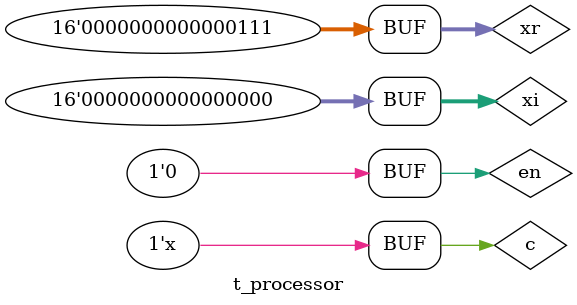
<source format=v>
`timescale 1ns / 1ps

module t_processor;

	// Inputs
	reg signed [0:15] xr;
	reg signed [0:15] xi;
	reg c;
	reg en;

	// Outputs
	wire [0:15] X1r;
	wire [0:15] X1i;
	wire [0:15] X2r;
	wire [0:15] X2i;

	// Instantiate the Unit Under Test (UUT)
	processor uut (
		.xr(xr),
		.xi(xi),
		.c(c),
		.en(en),
		.X1r(X1r), 
		.X1i(X1i),
		.X2r(X2r), 
		.X2i(X2i)

	);

	initial begin
		// Initialize Inputs
		xr = 0;
		xi = 0;
	//	c = 0;
		en = 0;

		// Wait 100 ns for global reset to finish
		#105;
		en =1;
		
      c = 1;
		#5;
		xr = 16'd0;
		#10;		
		xr = 16'd1;
		#10;
		xr = 16'd2;
		#10;
		xr = 16'd3;
		#10;
		xr = 16'd4;
		#10;
		xr = 16'd5;
		#10;
		xr = 16'd6;
		#10;
		xr = 16'd7;
		#10;
		en = 0;
	end
    
	always #5 c=~c;
	 
endmodule


</source>
